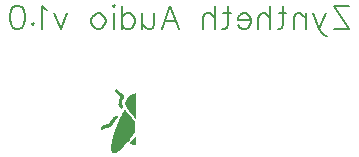
<source format=gbo>
G04 Layer: BottomSilkLayer*
G04 EasyEDA v6.4.19.5, 2021-06-08T16:18:50+02:00*
G04 4e34ef463dd44b9695d7138247dbe7fd,563db0ff5b334ec4995e7372edb549dc,10*
G04 Gerber Generator version 0.2*
G04 Scale: 100 percent, Rotated: No, Reflected: No *
G04 Dimensions in millimeters *
G04 leading zeros omitted , absolute positions ,4 integer and 5 decimal *
%FSLAX45Y45*%
%MOMM*%

%ADD30C,0.2032*%

%LPD*%
G36*
X6615785Y9087408D02*
G01*
X6611010Y9086138D01*
X6606844Y9082786D01*
X6603898Y9078010D01*
X6602831Y9072575D01*
X6603695Y9067444D01*
X6607098Y9062059D01*
X6613956Y9055150D01*
X6635851Y9036558D01*
X6642455Y9030055D01*
X6645706Y9025382D01*
X6645960Y9022130D01*
X6641947Y9010497D01*
X6635140Y8989364D01*
X6631025Y8975242D01*
X6629704Y8969451D01*
X6628892Y8964269D01*
X6628587Y8959697D01*
X6628790Y8955481D01*
X6629603Y8951620D01*
X6630924Y8947962D01*
X6632854Y8944406D01*
X6635394Y8940800D01*
X6638544Y8936990D01*
X6642303Y8932976D01*
X6649923Y8926271D01*
X6656273Y8923680D01*
X6661708Y8925153D01*
X6666636Y8930589D01*
X6670294Y8937447D01*
X6671106Y8942933D01*
X6669024Y8947556D01*
X6663994Y8951874D01*
X6660896Y8954109D01*
X6658711Y8956497D01*
X6657441Y8959240D01*
X6657086Y8962796D01*
X6657746Y8967419D01*
X6659321Y8973515D01*
X6661912Y8981389D01*
X6668719Y9000642D01*
X6671157Y9008821D01*
X6672834Y9016034D01*
X6673799Y9022435D01*
X6674053Y9028074D01*
X6673596Y9033103D01*
X6672478Y9037574D01*
X6670598Y9041688D01*
X6667246Y9045752D01*
X6660743Y9052052D01*
X6652056Y9059672D01*
X6642100Y9067800D01*
X6624116Y9081668D01*
X6618325Y9085834D01*
G37*
G36*
X6778904Y9052102D02*
G01*
X6760921Y9049105D01*
X6755587Y9047734D01*
X6750253Y9045956D01*
X6744970Y9043873D01*
X6739737Y9041485D01*
X6734606Y9038793D01*
X6729577Y9035846D01*
X6724751Y9032646D01*
X6720078Y9029192D01*
X6715607Y9025534D01*
X6711442Y9021724D01*
X6707479Y9017711D01*
X6703872Y9013545D01*
X6700621Y9009278D01*
X6697725Y9004960D01*
X6695186Y9000490D01*
X6691884Y8993530D01*
X6689191Y8986723D01*
X6687108Y8980220D01*
X6685686Y8974074D01*
X6684975Y8968384D01*
X6684873Y8963355D01*
X6685534Y8958935D01*
X6686854Y8955379D01*
X6690004Y8950350D01*
X6703364Y8931503D01*
X6722668Y8905341D01*
X6743700Y8877452D01*
X6762292Y8853424D01*
X6774230Y8838742D01*
X6776415Y8836660D01*
X6776923Y8838844D01*
X6777837Y8855100D01*
X6778498Y8884259D01*
X6778853Y8922766D01*
G37*
G36*
X6685330Y8914282D02*
G01*
X6684365Y8913926D01*
X6683146Y8912860D01*
X6679895Y8908694D01*
X6675678Y8902192D01*
X6670700Y8893505D01*
X6658762Y8870950D01*
X6645148Y8843213D01*
X6627469Y8804706D01*
X6614058Y8773617D01*
X6602475Y8744661D01*
X6597700Y8731656D01*
X6592722Y8717076D01*
X6583070Y8686495D01*
X6579311Y8673134D01*
X6576212Y8660841D01*
X6573723Y8649309D01*
X6571792Y8638438D01*
X6570370Y8627973D01*
X6569405Y8617712D01*
X6568897Y8607501D01*
X6568795Y8593785D01*
X6569405Y8579256D01*
X6570065Y8573160D01*
X6570929Y8567826D01*
X6572097Y8563152D01*
X6573469Y8559139D01*
X6575145Y8555685D01*
X6577126Y8552840D01*
X6579412Y8550452D01*
X6582003Y8548573D01*
X6584950Y8547100D01*
X6590030Y8545423D01*
X6594602Y8545423D01*
X6600088Y8547455D01*
X6607962Y8551672D01*
X6615582Y8556447D01*
X6623710Y8562086D01*
X6632295Y8568588D01*
X6641134Y8575802D01*
X6650278Y8583726D01*
X6659575Y8592210D01*
X6668973Y8601202D01*
X6678371Y8610600D01*
X6696964Y8630361D01*
X6705955Y8640521D01*
X6714693Y8650782D01*
X6723024Y8661044D01*
X6730949Y8671255D01*
X6738315Y8681262D01*
X6745122Y8691067D01*
X6751218Y8700566D01*
X6756552Y8709660D01*
X6766966Y8728252D01*
X6766966Y8809634D01*
X6722770Y8869019D01*
X6712661Y8882278D01*
X6695795Y8903360D01*
X6689852Y8910167D01*
X6686194Y8913774D01*
G37*
G36*
X6616395Y8864600D02*
G01*
X6607048Y8863076D01*
X6597294Y8860180D01*
X6589471Y8856421D01*
X6587693Y8854846D01*
X6585458Y8852408D01*
X6580276Y8845245D01*
X6574434Y8835796D01*
X6568643Y8825077D01*
X6555384Y8798661D01*
X6492087Y8774074D01*
X6487718Y8771737D01*
X6484315Y8769400D01*
X6482283Y8767318D01*
X6480759Y8761628D01*
X6481673Y8755024D01*
X6484518Y8749131D01*
X6488734Y8745829D01*
X6490919Y8745880D01*
X6494932Y8746744D01*
X6507226Y8750452D01*
X6523278Y8756040D01*
X6540652Y8762644D01*
X6557009Y8769400D01*
X6569964Y8775496D01*
X6571894Y8776817D01*
X6574078Y8778900D01*
X6576415Y8781745D01*
X6578955Y8785301D01*
X6584543Y8794597D01*
X6597396Y8819489D01*
X6602730Y8828227D01*
X6607098Y8833408D01*
X6611061Y8835644D01*
X6615074Y8837523D01*
X6618782Y8840876D01*
X6621932Y8845143D01*
X6624370Y8849868D01*
X6625945Y8854643D01*
X6626352Y8858961D01*
X6625437Y8862314D01*
X6623050Y8864244D01*
G37*
G36*
X6776059Y8694978D02*
G01*
X6773672Y8692438D01*
X6769201Y8686952D01*
X6730238Y8634425D01*
X6728866Y8631326D01*
X6729272Y8628989D01*
X6731304Y8626551D01*
X6734098Y8624417D01*
X6737705Y8622436D01*
X6741972Y8620556D01*
X6746748Y8618982D01*
X6751828Y8617661D01*
X6757060Y8616645D01*
X6762343Y8615984D01*
X6767423Y8615781D01*
X6778904Y8615781D01*
X6778853Y8665057D01*
X6778498Y8679688D01*
X6777736Y8689746D01*
X6777278Y8692845D01*
X6776720Y8694623D01*
G37*
D30*
X8455913Y9793478D02*
G01*
X8585200Y9599676D01*
X8585200Y9793478D02*
G01*
X8455913Y9793478D01*
X8585200Y9599676D02*
G01*
X8455913Y9599676D01*
X8385809Y9728962D02*
G01*
X8330184Y9599676D01*
X8274811Y9728962D02*
G01*
X8330184Y9599676D01*
X8348725Y9562592D01*
X8367268Y9544050D01*
X8385809Y9534905D01*
X8394954Y9534905D01*
X8213852Y9728962D02*
G01*
X8213852Y9599676D01*
X8213852Y9691878D02*
G01*
X8186165Y9719563D01*
X8167624Y9728962D01*
X8139938Y9728962D01*
X8121650Y9719563D01*
X8112252Y9691878D01*
X8112252Y9599676D01*
X8023606Y9793478D02*
G01*
X8023606Y9636505D01*
X8014461Y9608820D01*
X7995920Y9599676D01*
X7977377Y9599676D01*
X8051291Y9728962D02*
G01*
X7986775Y9728962D01*
X7916418Y9793478D02*
G01*
X7916418Y9599676D01*
X7916418Y9691878D02*
G01*
X7888731Y9719563D01*
X7870190Y9728962D01*
X7842504Y9728962D01*
X7824215Y9719563D01*
X7814818Y9691878D01*
X7814818Y9599676D01*
X7753858Y9673589D02*
G01*
X7643113Y9673589D01*
X7643113Y9691878D01*
X7652258Y9710420D01*
X7661656Y9719563D01*
X7679943Y9728962D01*
X7707629Y9728962D01*
X7726172Y9719563D01*
X7744713Y9701276D01*
X7753858Y9673589D01*
X7753858Y9655047D01*
X7744713Y9627362D01*
X7726172Y9608820D01*
X7707629Y9599676D01*
X7679943Y9599676D01*
X7661656Y9608820D01*
X7643113Y9627362D01*
X7554468Y9793478D02*
G01*
X7554468Y9636505D01*
X7545070Y9608820D01*
X7526781Y9599676D01*
X7508240Y9599676D01*
X7582154Y9728962D02*
G01*
X7517384Y9728962D01*
X7447279Y9793478D02*
G01*
X7447279Y9599676D01*
X7447279Y9691878D02*
G01*
X7419593Y9719563D01*
X7401052Y9728962D01*
X7373365Y9728962D01*
X7354824Y9719563D01*
X7345679Y9691878D01*
X7345679Y9599676D01*
X7068565Y9793478D02*
G01*
X7142479Y9599676D01*
X7068565Y9793478D02*
G01*
X6994652Y9599676D01*
X7114793Y9664192D02*
G01*
X7022338Y9664192D01*
X6933691Y9728962D02*
G01*
X6933691Y9636505D01*
X6924547Y9608820D01*
X6906006Y9599676D01*
X6878320Y9599676D01*
X6859777Y9608820D01*
X6832091Y9636505D01*
X6832091Y9728962D02*
G01*
X6832091Y9599676D01*
X6660388Y9793478D02*
G01*
X6660388Y9599676D01*
X6660388Y9701276D02*
G01*
X6678929Y9719563D01*
X6697218Y9728962D01*
X6724904Y9728962D01*
X6743445Y9719563D01*
X6761988Y9701276D01*
X6771131Y9673589D01*
X6771131Y9655047D01*
X6761988Y9627362D01*
X6743445Y9608820D01*
X6724904Y9599676D01*
X6697218Y9599676D01*
X6678929Y9608820D01*
X6660388Y9627362D01*
X6599427Y9793478D02*
G01*
X6590029Y9784334D01*
X6580886Y9793478D01*
X6590029Y9802876D01*
X6599427Y9793478D01*
X6590029Y9728962D02*
G01*
X6590029Y9599676D01*
X6473697Y9728962D02*
G01*
X6492240Y9719563D01*
X6510781Y9701276D01*
X6519925Y9673589D01*
X6519925Y9655047D01*
X6510781Y9627362D01*
X6492240Y9608820D01*
X6473697Y9599676D01*
X6446011Y9599676D01*
X6427470Y9608820D01*
X6409181Y9627362D01*
X6399784Y9655047D01*
X6399784Y9673589D01*
X6409181Y9701276D01*
X6427470Y9719563D01*
X6446011Y9728962D01*
X6473697Y9728962D01*
X6196584Y9728962D02*
G01*
X6141211Y9599676D01*
X6085840Y9728962D02*
G01*
X6141211Y9599676D01*
X6024879Y9756647D02*
G01*
X6006338Y9765792D01*
X5978652Y9793478D01*
X5978652Y9599676D01*
X5908547Y9645650D02*
G01*
X5917691Y9636505D01*
X5908547Y9627362D01*
X5899150Y9636505D01*
X5908547Y9645650D01*
X5782818Y9793478D02*
G01*
X5810504Y9784334D01*
X5829045Y9756647D01*
X5838190Y9710420D01*
X5838190Y9682734D01*
X5829045Y9636505D01*
X5810504Y9608820D01*
X5782818Y9599676D01*
X5764529Y9599676D01*
X5736590Y9608820D01*
X5718302Y9636505D01*
X5708904Y9682734D01*
X5708904Y9710420D01*
X5718302Y9756647D01*
X5736590Y9784334D01*
X5764529Y9793478D01*
X5782818Y9793478D01*
M02*

</source>
